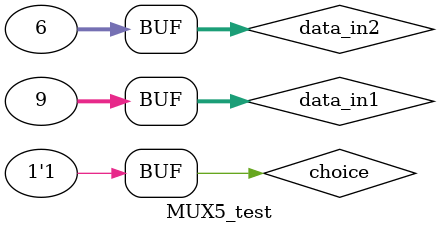
<source format=v>
`timescale 1ns / 1ps


module MUX5_test;
   reg choice;
   reg [31:0] data_in1;
   reg [31:0] data_in2;
   wire [4:0] dataOut;
   spMUX spMUX(choice,data_in1,data_in2,dataOut);
   initial
   begin
   data_in1 = 32'b0_1001;
   data_in2 = 32'b0_0110; 
   choice = 0;
   #10
   choice = 1;
   end
endmodule

</source>
